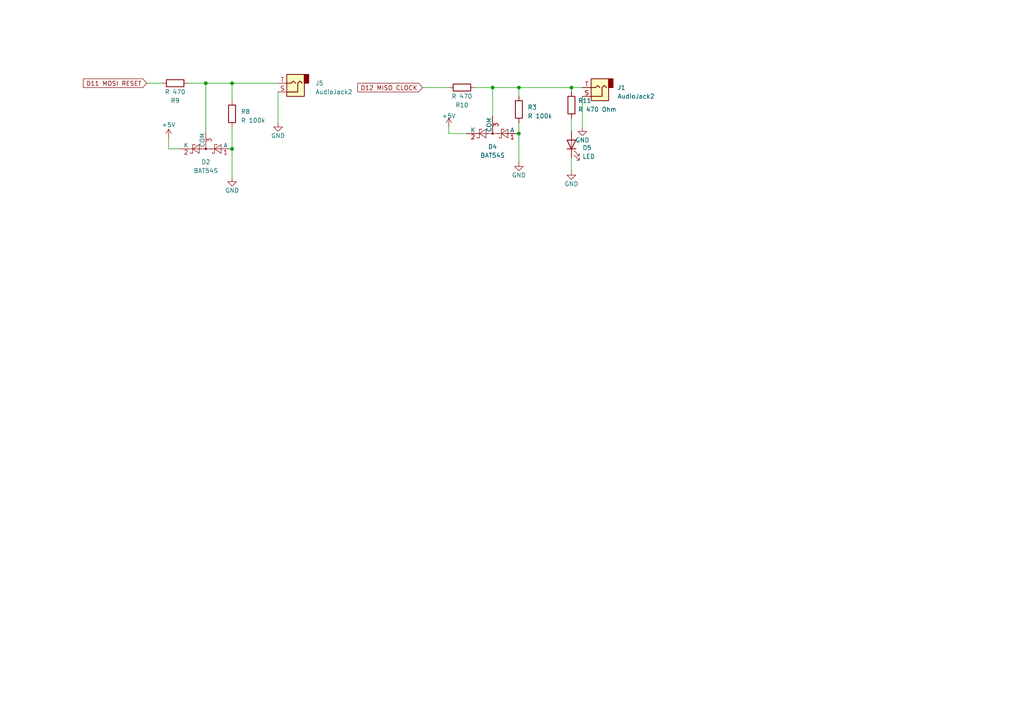
<source format=kicad_sch>
(kicad_sch
	(version 20231120)
	(generator "eeschema")
	(generator_version "8.0")
	(uuid "c1a23202-4bef-48b3-8670-e07e1c6b59e3")
	(paper "A4")
	(lib_symbols
		(symbol "Connector_Audio:AudioJack2"
			(exclude_from_sim no)
			(in_bom yes)
			(on_board yes)
			(property "Reference" "J"
				(at 0 8.89 0)
				(effects
					(font
						(size 1.27 1.27)
					)
				)
			)
			(property "Value" "AudioJack2"
				(at 0 6.35 0)
				(effects
					(font
						(size 1.27 1.27)
					)
				)
			)
			(property "Footprint" ""
				(at 0 0 0)
				(effects
					(font
						(size 1.27 1.27)
					)
					(hide yes)
				)
			)
			(property "Datasheet" "~"
				(at 0 0 0)
				(effects
					(font
						(size 1.27 1.27)
					)
					(hide yes)
				)
			)
			(property "Description" "Audio Jack, 2 Poles (Mono / TS)"
				(at 0 0 0)
				(effects
					(font
						(size 1.27 1.27)
					)
					(hide yes)
				)
			)
			(property "ki_keywords" "audio jack receptacle mono phone headphone TS connector"
				(at 0 0 0)
				(effects
					(font
						(size 1.27 1.27)
					)
					(hide yes)
				)
			)
			(property "ki_fp_filters" "Jack*"
				(at 0 0 0)
				(effects
					(font
						(size 1.27 1.27)
					)
					(hide yes)
				)
			)
			(symbol "AudioJack2_0_1"
				(rectangle
					(start -3.81 0)
					(end -2.54 -2.54)
					(stroke
						(width 0.254)
						(type default)
					)
					(fill
						(type outline)
					)
				)
				(rectangle
					(start -2.54 3.81)
					(end 2.54 -2.54)
					(stroke
						(width 0.254)
						(type default)
					)
					(fill
						(type background)
					)
				)
				(polyline
					(pts
						(xy 0 0) (xy 0.635 -0.635) (xy 1.27 0) (xy 2.54 0)
					)
					(stroke
						(width 0.254)
						(type default)
					)
					(fill
						(type none)
					)
				)
				(polyline
					(pts
						(xy 2.54 2.54) (xy -0.635 2.54) (xy -0.635 0) (xy -1.27 -0.635) (xy -1.905 0)
					)
					(stroke
						(width 0.254)
						(type default)
					)
					(fill
						(type none)
					)
				)
			)
			(symbol "AudioJack2_1_1"
				(pin passive line
					(at 5.08 2.54 180)
					(length 2.54)
					(name "~"
						(effects
							(font
								(size 1.27 1.27)
							)
						)
					)
					(number "S"
						(effects
							(font
								(size 1.27 1.27)
							)
						)
					)
				)
				(pin passive line
					(at 5.08 0 180)
					(length 2.54)
					(name "~"
						(effects
							(font
								(size 1.27 1.27)
							)
						)
					)
					(number "T"
						(effects
							(font
								(size 1.27 1.27)
							)
						)
					)
				)
			)
		)
		(symbol "Device:LED"
			(pin_numbers hide)
			(pin_names
				(offset 1.016) hide)
			(exclude_from_sim no)
			(in_bom yes)
			(on_board yes)
			(property "Reference" "D"
				(at 0 2.54 0)
				(effects
					(font
						(size 1.27 1.27)
					)
				)
			)
			(property "Value" "LED"
				(at 0 -2.54 0)
				(effects
					(font
						(size 1.27 1.27)
					)
				)
			)
			(property "Footprint" ""
				(at 0 0 0)
				(effects
					(font
						(size 1.27 1.27)
					)
					(hide yes)
				)
			)
			(property "Datasheet" "~"
				(at 0 0 0)
				(effects
					(font
						(size 1.27 1.27)
					)
					(hide yes)
				)
			)
			(property "Description" "Light emitting diode"
				(at 0 0 0)
				(effects
					(font
						(size 1.27 1.27)
					)
					(hide yes)
				)
			)
			(property "ki_keywords" "LED diode"
				(at 0 0 0)
				(effects
					(font
						(size 1.27 1.27)
					)
					(hide yes)
				)
			)
			(property "ki_fp_filters" "LED* LED_SMD:* LED_THT:*"
				(at 0 0 0)
				(effects
					(font
						(size 1.27 1.27)
					)
					(hide yes)
				)
			)
			(symbol "LED_0_1"
				(polyline
					(pts
						(xy -1.27 -1.27) (xy -1.27 1.27)
					)
					(stroke
						(width 0.254)
						(type default)
					)
					(fill
						(type none)
					)
				)
				(polyline
					(pts
						(xy -1.27 0) (xy 1.27 0)
					)
					(stroke
						(width 0)
						(type default)
					)
					(fill
						(type none)
					)
				)
				(polyline
					(pts
						(xy 1.27 -1.27) (xy 1.27 1.27) (xy -1.27 0) (xy 1.27 -1.27)
					)
					(stroke
						(width 0.254)
						(type default)
					)
					(fill
						(type none)
					)
				)
				(polyline
					(pts
						(xy -3.048 -0.762) (xy -4.572 -2.286) (xy -3.81 -2.286) (xy -4.572 -2.286) (xy -4.572 -1.524)
					)
					(stroke
						(width 0)
						(type default)
					)
					(fill
						(type none)
					)
				)
				(polyline
					(pts
						(xy -1.778 -0.762) (xy -3.302 -2.286) (xy -2.54 -2.286) (xy -3.302 -2.286) (xy -3.302 -1.524)
					)
					(stroke
						(width 0)
						(type default)
					)
					(fill
						(type none)
					)
				)
			)
			(symbol "LED_1_1"
				(pin passive line
					(at -3.81 0 0)
					(length 2.54)
					(name "K"
						(effects
							(font
								(size 1.27 1.27)
							)
						)
					)
					(number "1"
						(effects
							(font
								(size 1.27 1.27)
							)
						)
					)
				)
				(pin passive line
					(at 3.81 0 180)
					(length 2.54)
					(name "A"
						(effects
							(font
								(size 1.27 1.27)
							)
						)
					)
					(number "2"
						(effects
							(font
								(size 1.27 1.27)
							)
						)
					)
				)
			)
		)
		(symbol "Device:R"
			(pin_numbers hide)
			(pin_names
				(offset 0)
			)
			(exclude_from_sim no)
			(in_bom yes)
			(on_board yes)
			(property "Reference" "R"
				(at 2.032 0 90)
				(effects
					(font
						(size 1.27 1.27)
					)
				)
			)
			(property "Value" "R"
				(at 0 0 90)
				(effects
					(font
						(size 1.27 1.27)
					)
				)
			)
			(property "Footprint" ""
				(at -1.778 0 90)
				(effects
					(font
						(size 1.27 1.27)
					)
					(hide yes)
				)
			)
			(property "Datasheet" "~"
				(at 0 0 0)
				(effects
					(font
						(size 1.27 1.27)
					)
					(hide yes)
				)
			)
			(property "Description" "Resistor"
				(at 0 0 0)
				(effects
					(font
						(size 1.27 1.27)
					)
					(hide yes)
				)
			)
			(property "ki_keywords" "R res resistor"
				(at 0 0 0)
				(effects
					(font
						(size 1.27 1.27)
					)
					(hide yes)
				)
			)
			(property "ki_fp_filters" "R_*"
				(at 0 0 0)
				(effects
					(font
						(size 1.27 1.27)
					)
					(hide yes)
				)
			)
			(symbol "R_0_1"
				(rectangle
					(start -1.016 -2.54)
					(end 1.016 2.54)
					(stroke
						(width 0.254)
						(type default)
					)
					(fill
						(type none)
					)
				)
			)
			(symbol "R_1_1"
				(pin passive line
					(at 0 3.81 270)
					(length 1.27)
					(name "~"
						(effects
							(font
								(size 1.27 1.27)
							)
						)
					)
					(number "1"
						(effects
							(font
								(size 1.27 1.27)
							)
						)
					)
				)
				(pin passive line
					(at 0 -3.81 90)
					(length 1.27)
					(name "~"
						(effects
							(font
								(size 1.27 1.27)
							)
						)
					)
					(number "2"
						(effects
							(font
								(size 1.27 1.27)
							)
						)
					)
				)
			)
		)
		(symbol "Diode:BAT54S"
			(pin_names
				(offset 0)
			)
			(exclude_from_sim no)
			(in_bom yes)
			(on_board yes)
			(property "Reference" "D"
				(at 2.54 -5.08 0)
				(effects
					(font
						(size 1.27 1.27)
					)
					(justify left)
				)
			)
			(property "Value" "BAT54S"
				(at -6.35 3.175 0)
				(effects
					(font
						(size 1.27 1.27)
					)
					(justify left)
				)
			)
			(property "Footprint" "Package_TO_SOT_SMD:SOT-23"
				(at 1.905 3.175 0)
				(effects
					(font
						(size 1.27 1.27)
					)
					(justify left)
					(hide yes)
				)
			)
			(property "Datasheet" "https://www.diodes.com/assets/Datasheets/ds11005.pdf"
				(at -3.048 0 0)
				(effects
					(font
						(size 1.27 1.27)
					)
					(hide yes)
				)
			)
			(property "Description" "Vr 30V, If 200mA, Dual schottky barrier diode, in series, SOT-323"
				(at 0 0 0)
				(effects
					(font
						(size 1.27 1.27)
					)
					(hide yes)
				)
			)
			(property "ki_keywords" "schottky diode"
				(at 0 0 0)
				(effects
					(font
						(size 1.27 1.27)
					)
					(hide yes)
				)
			)
			(property "ki_fp_filters" "SOT?23*"
				(at 0 0 0)
				(effects
					(font
						(size 1.27 1.27)
					)
					(hide yes)
				)
			)
			(symbol "BAT54S_0_1"
				(polyline
					(pts
						(xy -3.81 0) (xy -1.27 0)
					)
					(stroke
						(width 0)
						(type default)
					)
					(fill
						(type none)
					)
				)
				(polyline
					(pts
						(xy -3.175 -1.27) (xy -3.175 -1.016)
					)
					(stroke
						(width 0)
						(type default)
					)
					(fill
						(type none)
					)
				)
				(polyline
					(pts
						(xy -2.54 -1.27) (xy -3.175 -1.27)
					)
					(stroke
						(width 0)
						(type default)
					)
					(fill
						(type none)
					)
				)
				(polyline
					(pts
						(xy -2.54 -1.27) (xy -2.54 1.27)
					)
					(stroke
						(width 0)
						(type default)
					)
					(fill
						(type none)
					)
				)
				(polyline
					(pts
						(xy -2.54 1.27) (xy -1.905 1.27)
					)
					(stroke
						(width 0)
						(type default)
					)
					(fill
						(type none)
					)
				)
				(polyline
					(pts
						(xy -1.905 0) (xy 1.905 0)
					)
					(stroke
						(width 0)
						(type default)
					)
					(fill
						(type none)
					)
				)
				(polyline
					(pts
						(xy -1.905 1.27) (xy -1.905 1.016)
					)
					(stroke
						(width 0)
						(type default)
					)
					(fill
						(type none)
					)
				)
				(polyline
					(pts
						(xy 1.27 0) (xy 3.81 0)
					)
					(stroke
						(width 0)
						(type default)
					)
					(fill
						(type none)
					)
				)
				(polyline
					(pts
						(xy 3.175 -1.27) (xy 3.175 -1.016)
					)
					(stroke
						(width 0)
						(type default)
					)
					(fill
						(type none)
					)
				)
				(polyline
					(pts
						(xy 3.81 -1.27) (xy 3.175 -1.27)
					)
					(stroke
						(width 0)
						(type default)
					)
					(fill
						(type none)
					)
				)
				(polyline
					(pts
						(xy 3.81 -1.27) (xy 3.81 1.27)
					)
					(stroke
						(width 0)
						(type default)
					)
					(fill
						(type none)
					)
				)
				(polyline
					(pts
						(xy 3.81 1.27) (xy 4.445 1.27)
					)
					(stroke
						(width 0)
						(type default)
					)
					(fill
						(type none)
					)
				)
				(polyline
					(pts
						(xy 4.445 1.27) (xy 4.445 1.016)
					)
					(stroke
						(width 0)
						(type default)
					)
					(fill
						(type none)
					)
				)
				(polyline
					(pts
						(xy -4.445 1.27) (xy -4.445 -1.27) (xy -2.54 0) (xy -4.445 1.27)
					)
					(stroke
						(width 0)
						(type default)
					)
					(fill
						(type none)
					)
				)
				(polyline
					(pts
						(xy 1.905 1.27) (xy 1.905 -1.27) (xy 3.81 0) (xy 1.905 1.27)
					)
					(stroke
						(width 0)
						(type default)
					)
					(fill
						(type none)
					)
				)
				(circle
					(center 0 0)
					(radius 0.254)
					(stroke
						(width 0)
						(type default)
					)
					(fill
						(type outline)
					)
				)
			)
			(symbol "BAT54S_1_1"
				(pin passive line
					(at -7.62 0 0)
					(length 3.81)
					(name "A"
						(effects
							(font
								(size 1.27 1.27)
							)
						)
					)
					(number "1"
						(effects
							(font
								(size 1.27 1.27)
							)
						)
					)
				)
				(pin passive line
					(at 7.62 0 180)
					(length 3.81)
					(name "K"
						(effects
							(font
								(size 1.27 1.27)
							)
						)
					)
					(number "2"
						(effects
							(font
								(size 1.27 1.27)
							)
						)
					)
				)
				(pin passive line
					(at 0 -5.08 90)
					(length 5.08)
					(name "COM"
						(effects
							(font
								(size 1.27 1.27)
							)
						)
					)
					(number "3"
						(effects
							(font
								(size 1.27 1.27)
							)
						)
					)
				)
			)
		)
		(symbol "power:+5V"
			(power)
			(pin_names
				(offset 0)
			)
			(exclude_from_sim no)
			(in_bom yes)
			(on_board yes)
			(property "Reference" "#PWR"
				(at 0 -3.81 0)
				(effects
					(font
						(size 1.27 1.27)
					)
					(hide yes)
				)
			)
			(property "Value" "+5V"
				(at 0 3.556 0)
				(effects
					(font
						(size 1.27 1.27)
					)
				)
			)
			(property "Footprint" ""
				(at 0 0 0)
				(effects
					(font
						(size 1.27 1.27)
					)
					(hide yes)
				)
			)
			(property "Datasheet" ""
				(at 0 0 0)
				(effects
					(font
						(size 1.27 1.27)
					)
					(hide yes)
				)
			)
			(property "Description" "Power symbol creates a global label with name \"+5V\""
				(at 0 0 0)
				(effects
					(font
						(size 1.27 1.27)
					)
					(hide yes)
				)
			)
			(property "ki_keywords" "global power"
				(at 0 0 0)
				(effects
					(font
						(size 1.27 1.27)
					)
					(hide yes)
				)
			)
			(symbol "+5V_0_1"
				(polyline
					(pts
						(xy -0.762 1.27) (xy 0 2.54)
					)
					(stroke
						(width 0)
						(type default)
					)
					(fill
						(type none)
					)
				)
				(polyline
					(pts
						(xy 0 0) (xy 0 2.54)
					)
					(stroke
						(width 0)
						(type default)
					)
					(fill
						(type none)
					)
				)
				(polyline
					(pts
						(xy 0 2.54) (xy 0.762 1.27)
					)
					(stroke
						(width 0)
						(type default)
					)
					(fill
						(type none)
					)
				)
			)
			(symbol "+5V_1_1"
				(pin power_in line
					(at 0 0 90)
					(length 0) hide
					(name "+5V"
						(effects
							(font
								(size 1.27 1.27)
							)
						)
					)
					(number "1"
						(effects
							(font
								(size 1.27 1.27)
							)
						)
					)
				)
			)
		)
		(symbol "power:GND"
			(power)
			(pin_names
				(offset 0)
			)
			(exclude_from_sim no)
			(in_bom yes)
			(on_board yes)
			(property "Reference" "#PWR"
				(at 0 -6.35 0)
				(effects
					(font
						(size 1.27 1.27)
					)
					(hide yes)
				)
			)
			(property "Value" "GND"
				(at 0 -3.81 0)
				(effects
					(font
						(size 1.27 1.27)
					)
				)
			)
			(property "Footprint" ""
				(at 0 0 0)
				(effects
					(font
						(size 1.27 1.27)
					)
					(hide yes)
				)
			)
			(property "Datasheet" ""
				(at 0 0 0)
				(effects
					(font
						(size 1.27 1.27)
					)
					(hide yes)
				)
			)
			(property "Description" "Power symbol creates a global label with name \"GND\" , ground"
				(at 0 0 0)
				(effects
					(font
						(size 1.27 1.27)
					)
					(hide yes)
				)
			)
			(property "ki_keywords" "global power"
				(at 0 0 0)
				(effects
					(font
						(size 1.27 1.27)
					)
					(hide yes)
				)
			)
			(symbol "GND_0_1"
				(polyline
					(pts
						(xy 0 0) (xy 0 -1.27) (xy 1.27 -1.27) (xy 0 -2.54) (xy -1.27 -1.27) (xy 0 -1.27)
					)
					(stroke
						(width 0)
						(type default)
					)
					(fill
						(type none)
					)
				)
			)
			(symbol "GND_1_1"
				(pin power_in line
					(at 0 0 270)
					(length 0) hide
					(name "GND"
						(effects
							(font
								(size 1.27 1.27)
							)
						)
					)
					(number "1"
						(effects
							(font
								(size 1.27 1.27)
							)
						)
					)
				)
			)
		)
	)
	(junction
		(at 165.735 25.4)
		(diameter 0)
		(color 0 0 0 0)
		(uuid "238bdc82-8add-49b9-a5c3-7d576a93800c")
	)
	(junction
		(at 150.495 25.4)
		(diameter 0)
		(color 0 0 0 0)
		(uuid "2d3f95d2-f150-419c-9eb9-88530a6eebed")
	)
	(junction
		(at 59.69 24.13)
		(diameter 0)
		(color 0 0 0 0)
		(uuid "8af41bdb-6848-4402-b0a8-9d41921567b3")
	)
	(junction
		(at 142.875 25.4)
		(diameter 0)
		(color 0 0 0 0)
		(uuid "99cf90fd-9789-48c8-9f32-4f44023d2874")
	)
	(junction
		(at 150.495 38.735)
		(diameter 0)
		(color 0 0 0 0)
		(uuid "af3bc606-ba27-4009-b83c-f91f29e615eb")
	)
	(junction
		(at 67.31 43.18)
		(diameter 0)
		(color 0 0 0 0)
		(uuid "d82247f9-4e11-462a-ac73-d53e4c4ee827")
	)
	(junction
		(at 67.31 24.13)
		(diameter 0)
		(color 0 0 0 0)
		(uuid "dbbf2c43-4b76-4718-a1e2-15f872edb82b")
	)
	(wire
		(pts
			(xy 54.61 24.13) (xy 59.69 24.13)
		)
		(stroke
			(width 0)
			(type default)
		)
		(uuid "084f9bc0-1496-4556-9942-aec7545f8963")
	)
	(wire
		(pts
			(xy 142.875 25.4) (xy 142.875 33.655)
		)
		(stroke
			(width 0)
			(type default)
		)
		(uuid "0f585820-2418-491d-8e6e-13daee843342")
	)
	(wire
		(pts
			(xy 67.31 36.83) (xy 67.31 43.18)
		)
		(stroke
			(width 0)
			(type default)
		)
		(uuid "3beee491-60e8-43a8-918c-ca741a9137c0")
	)
	(wire
		(pts
			(xy 137.795 25.4) (xy 142.875 25.4)
		)
		(stroke
			(width 0)
			(type default)
		)
		(uuid "3d8632de-66d4-4725-8f69-fc2b30a65d26")
	)
	(wire
		(pts
			(xy 42.545 24.13) (xy 46.99 24.13)
		)
		(stroke
			(width 0)
			(type default)
		)
		(uuid "3f75418b-75e0-47f1-8d20-b7b853801843")
	)
	(wire
		(pts
			(xy 150.495 25.4) (xy 150.495 27.94)
		)
		(stroke
			(width 0)
			(type default)
		)
		(uuid "40c7aa77-6cec-40a3-b7a0-df47cf22f9ac")
	)
	(wire
		(pts
			(xy 168.91 27.94) (xy 168.91 36.83)
		)
		(stroke
			(width 0)
			(type default)
		)
		(uuid "4da13500-b801-4956-b10d-56523d408277")
	)
	(wire
		(pts
			(xy 80.645 26.67) (xy 80.645 35.56)
		)
		(stroke
			(width 0)
			(type default)
		)
		(uuid "50d7875d-8ff6-4463-90fc-b99c6dff2f1d")
	)
	(wire
		(pts
			(xy 165.735 38.1) (xy 165.735 34.29)
		)
		(stroke
			(width 0)
			(type default)
		)
		(uuid "513ac238-f641-4f05-9788-e3f3ee6fc67f")
	)
	(wire
		(pts
			(xy 130.175 36.83) (xy 130.175 38.735)
		)
		(stroke
			(width 0)
			(type default)
		)
		(uuid "5e073e12-2f0c-4e67-9470-310a2c2e58e4")
	)
	(wire
		(pts
			(xy 67.31 24.13) (xy 80.645 24.13)
		)
		(stroke
			(width 0)
			(type default)
		)
		(uuid "60204354-cc7f-4d4a-9491-48550d454ff8")
	)
	(wire
		(pts
			(xy 150.495 25.4) (xy 165.735 25.4)
		)
		(stroke
			(width 0)
			(type default)
		)
		(uuid "621651f9-1ece-42d2-87c0-452b0d2f21c8")
	)
	(wire
		(pts
			(xy 48.895 40.005) (xy 48.895 43.18)
		)
		(stroke
			(width 0)
			(type default)
		)
		(uuid "6a54ab3b-cd39-4448-90f2-b0469fadeef6")
	)
	(wire
		(pts
			(xy 165.735 25.4) (xy 165.735 26.67)
		)
		(stroke
			(width 0)
			(type default)
		)
		(uuid "7ae2ca5a-5d47-429d-b1e0-9d56752eb4fa")
	)
	(wire
		(pts
			(xy 48.895 43.18) (xy 52.07 43.18)
		)
		(stroke
			(width 0)
			(type default)
		)
		(uuid "8b5afbce-52f4-4eb3-9942-4e359cb66ce2")
	)
	(wire
		(pts
			(xy 59.69 24.13) (xy 59.69 38.1)
		)
		(stroke
			(width 0)
			(type default)
		)
		(uuid "91a0d428-644b-4fd6-8e79-8fb4221e4609")
	)
	(wire
		(pts
			(xy 150.495 35.56) (xy 150.495 38.735)
		)
		(stroke
			(width 0)
			(type default)
		)
		(uuid "92bd4d4c-5c78-4465-9848-9ef4b5a196e8")
	)
	(wire
		(pts
			(xy 122.555 25.4) (xy 130.175 25.4)
		)
		(stroke
			(width 0)
			(type default)
		)
		(uuid "9a8d9549-536b-4375-bcce-085c08b13f88")
	)
	(wire
		(pts
			(xy 165.735 49.53) (xy 165.735 45.72)
		)
		(stroke
			(width 0)
			(type default)
		)
		(uuid "a1c28e49-0336-4300-9258-aa5a1f584f60")
	)
	(wire
		(pts
			(xy 130.175 38.735) (xy 135.255 38.735)
		)
		(stroke
			(width 0)
			(type default)
		)
		(uuid "a75ef743-b96b-45d9-8c83-023f70345c42")
	)
	(wire
		(pts
			(xy 67.31 24.13) (xy 67.31 29.21)
		)
		(stroke
			(width 0)
			(type default)
		)
		(uuid "afb88529-8e34-46df-a505-c4c83eb2c3c5")
	)
	(wire
		(pts
			(xy 165.735 25.4) (xy 168.91 25.4)
		)
		(stroke
			(width 0)
			(type default)
		)
		(uuid "b31afa39-0536-41b9-ae7f-c2023cd644eb")
	)
	(wire
		(pts
			(xy 67.31 43.18) (xy 67.31 51.435)
		)
		(stroke
			(width 0)
			(type default)
		)
		(uuid "cfd7ecba-445a-4241-986e-38bf8ecf110b")
	)
	(wire
		(pts
			(xy 150.495 38.735) (xy 150.495 46.99)
		)
		(stroke
			(width 0)
			(type default)
		)
		(uuid "d6b34675-a269-48f0-aace-f176e04b0800")
	)
	(wire
		(pts
			(xy 59.69 24.13) (xy 67.31 24.13)
		)
		(stroke
			(width 0)
			(type default)
		)
		(uuid "f03c41e9-6b48-487a-8baf-7d574c2d25d8")
	)
	(wire
		(pts
			(xy 142.875 25.4) (xy 150.495 25.4)
		)
		(stroke
			(width 0)
			(type default)
		)
		(uuid "fbf646ab-2e92-43db-9fcf-580b9ba3c61a")
	)
	(global_label "D12 MISO CLOCK"
		(shape input)
		(at 122.555 25.4 180)
		(fields_autoplaced yes)
		(effects
			(font
				(size 1.27 1.27)
			)
			(justify right)
		)
		(uuid "15c8efb3-baf2-44e4-a42b-d04e2d49fb22")
		(property "Intersheetrefs" "${INTERSHEET_REFS}"
			(at 103.2602 25.4 0)
			(effects
				(font
					(size 1.27 1.27)
				)
				(justify right)
				(hide yes)
			)
		)
	)
	(global_label "D11 MOSI RESET"
		(shape input)
		(at 42.545 24.13 180)
		(fields_autoplaced yes)
		(effects
			(font
				(size 1.27 1.27)
			)
			(justify right)
		)
		(uuid "24d8f205-efbf-45af-9bf7-c7f254882989")
		(property "Intersheetrefs" "${INTERSHEET_REFS}"
			(at 23.6737 24.13 0)
			(effects
				(font
					(size 1.27 1.27)
				)
				(justify right)
				(hide yes)
			)
		)
	)
	(symbol
		(lib_id "Connector_Audio:AudioJack2")
		(at 85.725 24.13 180)
		(unit 1)
		(exclude_from_sim no)
		(in_bom yes)
		(on_board yes)
		(dnp no)
		(fields_autoplaced yes)
		(uuid "02ff8d5a-b94e-4fdd-aad2-bbb8b393144d")
		(property "Reference" "J5"
			(at 91.44 24.13 0)
			(effects
				(font
					(size 1.27 1.27)
				)
				(justify right)
			)
		)
		(property "Value" "AudioJack2"
			(at 91.44 26.67 0)
			(effects
				(font
					(size 1.27 1.27)
				)
				(justify right)
			)
		)
		(property "Footprint" "Connector_Audio:Jack_3.5mm_QingPu_WQP-PJ398SM_Vertical_CircularHoles"
			(at 85.725 24.13 0)
			(effects
				(font
					(size 1.27 1.27)
				)
				(hide yes)
			)
		)
		(property "Datasheet" "~"
			(at 85.725 24.13 0)
			(effects
				(font
					(size 1.27 1.27)
				)
				(hide yes)
			)
		)
		(property "Description" ""
			(at 85.725 24.13 0)
			(effects
				(font
					(size 1.27 1.27)
				)
				(hide yes)
			)
		)
		(property "LCSC" ""
			(at 85.725 24.13 0)
			(effects
				(font
					(size 1.27 1.27)
				)
				(hide yes)
			)
		)
		(pin "S"
			(uuid "c130ef3e-c684-40b6-bbfd-ffa6131d7b43")
		)
		(pin "T"
			(uuid "c2801cb9-af31-4c6c-a098-6a5a6ac7dc1d")
		)
		(instances
			(project "main"
				(path "/a7625807-13bd-43f0-b3ba-1a42b486b59e"
					(reference "J5")
					(unit 1)
				)
				(path "/a7625807-13bd-43f0-b3ba-1a42b486b59e/76d7c3f5-f520-4efe-bee2-401fbc932c2e"
					(reference "J2")
					(unit 1)
				)
			)
		)
	)
	(symbol
		(lib_id "power:+5V")
		(at 48.895 40.005 0)
		(unit 1)
		(exclude_from_sim no)
		(in_bom yes)
		(on_board yes)
		(dnp no)
		(fields_autoplaced yes)
		(uuid "0f705c92-39d9-4914-82fc-850cbd6376d5")
		(property "Reference" "#PWR03"
			(at 48.895 43.815 0)
			(effects
				(font
					(size 1.27 1.27)
				)
				(hide yes)
			)
		)
		(property "Value" "+5V"
			(at 48.895 36.195 0)
			(effects
				(font
					(size 1.27 1.27)
				)
			)
		)
		(property "Footprint" ""
			(at 48.895 40.005 0)
			(effects
				(font
					(size 1.27 1.27)
				)
				(hide yes)
			)
		)
		(property "Datasheet" ""
			(at 48.895 40.005 0)
			(effects
				(font
					(size 1.27 1.27)
				)
				(hide yes)
			)
		)
		(property "Description" ""
			(at 48.895 40.005 0)
			(effects
				(font
					(size 1.27 1.27)
				)
				(hide yes)
			)
		)
		(pin "1"
			(uuid "c8f4a6e1-e6f5-4c11-baf5-7396c40e9440")
		)
		(instances
			(project "main"
				(path "/a7625807-13bd-43f0-b3ba-1a42b486b59e/76d7c3f5-f520-4efe-bee2-401fbc932c2e"
					(reference "#PWR03")
					(unit 1)
				)
				(path "/a7625807-13bd-43f0-b3ba-1a42b486b59e/fbd3d865-288f-4ad3-89ee-e3e0c1eda462"
					(reference "#PWR01")
					(unit 1)
				)
			)
		)
	)
	(symbol
		(lib_id "power:GND")
		(at 150.495 46.99 0)
		(unit 1)
		(exclude_from_sim no)
		(in_bom yes)
		(on_board yes)
		(dnp no)
		(fields_autoplaced yes)
		(uuid "16d3bee0-10af-4213-a0a3-6befc30e6e98")
		(property "Reference" "#PWR09"
			(at 150.495 53.34 0)
			(effects
				(font
					(size 1.27 1.27)
				)
				(hide yes)
			)
		)
		(property "Value" "GND"
			(at 150.495 50.8 0)
			(effects
				(font
					(size 1.27 1.27)
				)
			)
		)
		(property "Footprint" ""
			(at 150.495 46.99 0)
			(effects
				(font
					(size 1.27 1.27)
				)
				(hide yes)
			)
		)
		(property "Datasheet" ""
			(at 150.495 46.99 0)
			(effects
				(font
					(size 1.27 1.27)
				)
				(hide yes)
			)
		)
		(property "Description" ""
			(at 150.495 46.99 0)
			(effects
				(font
					(size 1.27 1.27)
				)
				(hide yes)
			)
		)
		(pin "1"
			(uuid "64efb397-f1ff-46b2-98bd-1e58c1264190")
		)
		(instances
			(project "main"
				(path "/a7625807-13bd-43f0-b3ba-1a42b486b59e"
					(reference "#PWR09")
					(unit 1)
				)
				(path "/a7625807-13bd-43f0-b3ba-1a42b486b59e/76d7c3f5-f520-4efe-bee2-401fbc932c2e"
					(reference "#PWR0120")
					(unit 1)
				)
			)
		)
	)
	(symbol
		(lib_id "Diode:BAT54S")
		(at 59.69 43.18 180)
		(unit 1)
		(exclude_from_sim no)
		(in_bom yes)
		(on_board yes)
		(dnp no)
		(fields_autoplaced yes)
		(uuid "20784857-62cc-4bb3-83af-b2984b2372f1")
		(property "Reference" "D2"
			(at 59.69 46.99 0)
			(effects
				(font
					(size 1.27 1.27)
				)
			)
		)
		(property "Value" "BAT54S"
			(at 59.69 49.53 0)
			(effects
				(font
					(size 1.27 1.27)
				)
			)
		)
		(property "Footprint" "Package_TO_SOT_SMD:SOT-23"
			(at 57.785 46.355 0)
			(effects
				(font
					(size 1.27 1.27)
				)
				(justify left)
				(hide yes)
			)
		)
		(property "Datasheet" "https://www.diodes.com/assets/Datasheets/ds11005.pdf"
			(at 62.738 43.18 0)
			(effects
				(font
					(size 1.27 1.27)
				)
				(hide yes)
			)
		)
		(property "Description" ""
			(at 59.69 43.18 0)
			(effects
				(font
					(size 1.27 1.27)
				)
				(hide yes)
			)
		)
		(property "LCSC" "C916425"
			(at 59.69 43.18 0)
			(effects
				(font
					(size 1.27 1.27)
				)
				(hide yes)
			)
		)
		(pin "1"
			(uuid "df924113-675c-4465-9f6f-8208bf3127e5")
		)
		(pin "2"
			(uuid "28af8c43-1c39-4ff2-981a-1efa74e4bb94")
		)
		(pin "3"
			(uuid "a7be59aa-4606-4550-91bf-4a9b7bc02b5a")
		)
		(instances
			(project "main"
				(path "/a7625807-13bd-43f0-b3ba-1a42b486b59e"
					(reference "D2")
					(unit 1)
				)
				(path "/a7625807-13bd-43f0-b3ba-1a42b486b59e/76d7c3f5-f520-4efe-bee2-401fbc932c2e"
					(reference "D3")
					(unit 1)
				)
			)
		)
	)
	(symbol
		(lib_id "power:+5V")
		(at 130.175 36.83 0)
		(unit 1)
		(exclude_from_sim no)
		(in_bom yes)
		(on_board yes)
		(dnp no)
		(fields_autoplaced yes)
		(uuid "3129cd20-b0a4-4959-9764-a2440ca0bd61")
		(property "Reference" "#PWR04"
			(at 130.175 40.64 0)
			(effects
				(font
					(size 1.27 1.27)
				)
				(hide yes)
			)
		)
		(property "Value" "+5V"
			(at 130.175 33.655 0)
			(effects
				(font
					(size 1.27 1.27)
				)
			)
		)
		(property "Footprint" ""
			(at 130.175 36.83 0)
			(effects
				(font
					(size 1.27 1.27)
				)
				(hide yes)
			)
		)
		(property "Datasheet" ""
			(at 130.175 36.83 0)
			(effects
				(font
					(size 1.27 1.27)
				)
				(hide yes)
			)
		)
		(property "Description" ""
			(at 130.175 36.83 0)
			(effects
				(font
					(size 1.27 1.27)
				)
				(hide yes)
			)
		)
		(pin "1"
			(uuid "6c8a812a-9bae-4760-a260-8a2519daa1cf")
		)
		(instances
			(project "main"
				(path "/a7625807-13bd-43f0-b3ba-1a42b486b59e/76d7c3f5-f520-4efe-bee2-401fbc932c2e"
					(reference "#PWR04")
					(unit 1)
				)
				(path "/a7625807-13bd-43f0-b3ba-1a42b486b59e/fbd3d865-288f-4ad3-89ee-e3e0c1eda462"
					(reference "#PWR01")
					(unit 1)
				)
			)
		)
	)
	(symbol
		(lib_id "Device:R")
		(at 150.495 31.75 180)
		(unit 1)
		(exclude_from_sim no)
		(in_bom yes)
		(on_board yes)
		(dnp no)
		(fields_autoplaced yes)
		(uuid "415ef18c-d90a-44f0-88b8-87f249cc6fa1")
		(property "Reference" "R3"
			(at 153.035 31.115 0)
			(effects
				(font
					(size 1.27 1.27)
				)
				(justify right)
			)
		)
		(property "Value" "R 100k"
			(at 153.035 33.655 0)
			(effects
				(font
					(size 1.27 1.27)
				)
				(justify right)
			)
		)
		(property "Footprint" "Resistor_SMD:R_0603_1608Metric"
			(at 152.273 31.75 90)
			(effects
				(font
					(size 1.27 1.27)
				)
				(hide yes)
			)
		)
		(property "Datasheet" "~"
			(at 150.495 31.75 0)
			(effects
				(font
					(size 1.27 1.27)
				)
				(hide yes)
			)
		)
		(property "Description" ""
			(at 150.495 31.75 0)
			(effects
				(font
					(size 1.27 1.27)
				)
				(hide yes)
			)
		)
		(property "LCSC" "C149504"
			(at 150.495 31.75 0)
			(effects
				(font
					(size 1.27 1.27)
				)
				(hide yes)
			)
		)
		(pin "1"
			(uuid "a8afe3c8-7c8f-4123-9ac0-4a4645074c05")
		)
		(pin "2"
			(uuid "0e643de6-6f53-4200-a9dc-8636dacda362")
		)
		(instances
			(project "main"
				(path "/a7625807-13bd-43f0-b3ba-1a42b486b59e"
					(reference "R3")
					(unit 1)
				)
				(path "/a7625807-13bd-43f0-b3ba-1a42b486b59e/76d7c3f5-f520-4efe-bee2-401fbc932c2e"
					(reference "R5")
					(unit 1)
				)
			)
		)
	)
	(symbol
		(lib_id "Device:R")
		(at 67.31 33.02 180)
		(unit 1)
		(exclude_from_sim no)
		(in_bom yes)
		(on_board yes)
		(dnp no)
		(fields_autoplaced yes)
		(uuid "4b987854-81f1-4a37-97a8-a70c5432f258")
		(property "Reference" "R8"
			(at 69.85 32.385 0)
			(effects
				(font
					(size 1.27 1.27)
				)
				(justify right)
			)
		)
		(property "Value" "R 100k"
			(at 69.85 34.925 0)
			(effects
				(font
					(size 1.27 1.27)
				)
				(justify right)
			)
		)
		(property "Footprint" "Resistor_SMD:R_0603_1608Metric"
			(at 69.088 33.02 90)
			(effects
				(font
					(size 1.27 1.27)
				)
				(hide yes)
			)
		)
		(property "Datasheet" "~"
			(at 67.31 33.02 0)
			(effects
				(font
					(size 1.27 1.27)
				)
				(hide yes)
			)
		)
		(property "Description" ""
			(at 67.31 33.02 0)
			(effects
				(font
					(size 1.27 1.27)
				)
				(hide yes)
			)
		)
		(property "LCSC" "C149504"
			(at 67.31 33.02 0)
			(effects
				(font
					(size 1.27 1.27)
				)
				(hide yes)
			)
		)
		(pin "1"
			(uuid "fb700e75-5fe8-47ab-a619-be180ae59bf4")
		)
		(pin "2"
			(uuid "8c93aeeb-bea0-4ac8-b9e1-31d21138874e")
		)
		(instances
			(project "main"
				(path "/a7625807-13bd-43f0-b3ba-1a42b486b59e"
					(reference "R8")
					(unit 1)
				)
				(path "/a7625807-13bd-43f0-b3ba-1a42b486b59e/76d7c3f5-f520-4efe-bee2-401fbc932c2e"
					(reference "R3")
					(unit 1)
				)
			)
		)
	)
	(symbol
		(lib_id "power:GND")
		(at 67.31 51.435 0)
		(unit 1)
		(exclude_from_sim no)
		(in_bom yes)
		(on_board yes)
		(dnp no)
		(fields_autoplaced yes)
		(uuid "61022b1d-a6ec-45aa-9db9-3e7a146d1b19")
		(property "Reference" "#PWR011"
			(at 67.31 57.785 0)
			(effects
				(font
					(size 1.27 1.27)
				)
				(hide yes)
			)
		)
		(property "Value" "GND"
			(at 67.31 55.245 0)
			(effects
				(font
					(size 1.27 1.27)
				)
			)
		)
		(property "Footprint" ""
			(at 67.31 51.435 0)
			(effects
				(font
					(size 1.27 1.27)
				)
				(hide yes)
			)
		)
		(property "Datasheet" ""
			(at 67.31 51.435 0)
			(effects
				(font
					(size 1.27 1.27)
				)
				(hide yes)
			)
		)
		(property "Description" ""
			(at 67.31 51.435 0)
			(effects
				(font
					(size 1.27 1.27)
				)
				(hide yes)
			)
		)
		(pin "1"
			(uuid "db72708b-ca45-4f21-8db4-228d183eef77")
		)
		(instances
			(project "main"
				(path "/a7625807-13bd-43f0-b3ba-1a42b486b59e"
					(reference "#PWR011")
					(unit 1)
				)
				(path "/a7625807-13bd-43f0-b3ba-1a42b486b59e/76d7c3f5-f520-4efe-bee2-401fbc932c2e"
					(reference "#PWR0118")
					(unit 1)
				)
			)
		)
	)
	(symbol
		(lib_id "Diode:BAT54S")
		(at 142.875 38.735 180)
		(unit 1)
		(exclude_from_sim no)
		(in_bom yes)
		(on_board yes)
		(dnp no)
		(fields_autoplaced yes)
		(uuid "661c7af0-04f0-46f4-9cbf-a0f45c17f2ee")
		(property "Reference" "D4"
			(at 142.875 42.545 0)
			(effects
				(font
					(size 1.27 1.27)
				)
			)
		)
		(property "Value" "BAT54S"
			(at 142.875 45.085 0)
			(effects
				(font
					(size 1.27 1.27)
				)
			)
		)
		(property "Footprint" "Package_TO_SOT_SMD:SOT-23"
			(at 140.97 41.91 0)
			(effects
				(font
					(size 1.27 1.27)
				)
				(justify left)
				(hide yes)
			)
		)
		(property "Datasheet" "https://www.diodes.com/assets/Datasheets/ds11005.pdf"
			(at 145.923 38.735 0)
			(effects
				(font
					(size 1.27 1.27)
				)
				(hide yes)
			)
		)
		(property "Description" ""
			(at 142.875 38.735 0)
			(effects
				(font
					(size 1.27 1.27)
				)
				(hide yes)
			)
		)
		(property "LCSC" "C916425"
			(at 142.875 38.735 0)
			(effects
				(font
					(size 1.27 1.27)
				)
				(hide yes)
			)
		)
		(pin "1"
			(uuid "09347510-e49c-42bc-8c40-b3930ee65e39")
		)
		(pin "2"
			(uuid "e6a5cb14-15af-4cc4-9410-5659b71f8bf8")
		)
		(pin "3"
			(uuid "e2d33990-b730-4ddd-add1-beb1d060098f")
		)
		(instances
			(project "main"
				(path "/a7625807-13bd-43f0-b3ba-1a42b486b59e"
					(reference "D4")
					(unit 1)
				)
				(path "/a7625807-13bd-43f0-b3ba-1a42b486b59e/76d7c3f5-f520-4efe-bee2-401fbc932c2e"
					(reference "D4")
					(unit 1)
				)
			)
		)
	)
	(symbol
		(lib_id "Device:R")
		(at 165.735 30.48 0)
		(unit 1)
		(exclude_from_sim no)
		(in_bom yes)
		(on_board yes)
		(dnp no)
		(fields_autoplaced yes)
		(uuid "6ad25bfd-f18e-4c13-bc6a-35b1fe675dca")
		(property "Reference" "R11"
			(at 167.64 29.21 0)
			(effects
				(font
					(size 1.27 1.27)
				)
				(justify left)
			)
		)
		(property "Value" "R 470 Ohm"
			(at 167.64 31.75 0)
			(effects
				(font
					(size 1.27 1.27)
				)
				(justify left)
			)
		)
		(property "Footprint" "Resistor_SMD:R_0603_1608Metric"
			(at 163.957 30.48 90)
			(effects
				(font
					(size 1.27 1.27)
				)
				(hide yes)
			)
		)
		(property "Datasheet" "~"
			(at 165.735 30.48 0)
			(effects
				(font
					(size 1.27 1.27)
				)
				(hide yes)
			)
		)
		(property "Description" ""
			(at 165.735 30.48 0)
			(effects
				(font
					(size 1.27 1.27)
				)
				(hide yes)
			)
		)
		(property "LCSC" "C17710"
			(at 165.735 30.48 0)
			(effects
				(font
					(size 1.27 1.27)
				)
				(hide yes)
			)
		)
		(pin "1"
			(uuid "f5f27ec9-0b04-45cd-803b-169d72337f6e")
		)
		(pin "2"
			(uuid "92f3a050-716d-45bd-b20e-7048eefab942")
		)
		(instances
			(project "main"
				(path "/a7625807-13bd-43f0-b3ba-1a42b486b59e"
					(reference "R11")
					(unit 1)
				)
				(path "/a7625807-13bd-43f0-b3ba-1a42b486b59e/76d7c3f5-f520-4efe-bee2-401fbc932c2e"
					(reference "R6")
					(unit 1)
				)
			)
		)
	)
	(symbol
		(lib_id "Device:LED")
		(at 165.735 41.91 90)
		(unit 1)
		(exclude_from_sim no)
		(in_bom yes)
		(on_board yes)
		(dnp no)
		(fields_autoplaced yes)
		(uuid "727d9640-97bf-4e42-a6b7-dde87e118226")
		(property "Reference" "D5"
			(at 168.91 42.8625 90)
			(effects
				(font
					(size 1.27 1.27)
				)
				(justify right)
			)
		)
		(property "Value" "LED"
			(at 168.91 45.4025 90)
			(effects
				(font
					(size 1.27 1.27)
				)
				(justify right)
			)
		)
		(property "Footprint" "LED_THT:LED_D3.0mm"
			(at 165.735 41.91 0)
			(effects
				(font
					(size 1.27 1.27)
				)
				(hide yes)
			)
		)
		(property "Datasheet" "~"
			(at 165.735 41.91 0)
			(effects
				(font
					(size 1.27 1.27)
				)
				(hide yes)
			)
		)
		(property "Description" ""
			(at 165.735 41.91 0)
			(effects
				(font
					(size 1.27 1.27)
				)
				(hide yes)
			)
		)
		(property "LCSC" ""
			(at 165.735 41.91 0)
			(effects
				(font
					(size 1.27 1.27)
				)
				(hide yes)
			)
		)
		(pin "1"
			(uuid "0e9122b2-0cd7-4385-8b04-bf622af65f69")
		)
		(pin "2"
			(uuid "3a3eaa38-671e-479d-973a-1a2bfb4e3aef")
		)
		(instances
			(project "main"
				(path "/a7625807-13bd-43f0-b3ba-1a42b486b59e"
					(reference "D5")
					(unit 1)
				)
				(path "/a7625807-13bd-43f0-b3ba-1a42b486b59e/76d7c3f5-f520-4efe-bee2-401fbc932c2e"
					(reference "D5")
					(unit 1)
				)
			)
		)
	)
	(symbol
		(lib_id "power:GND")
		(at 80.645 35.56 0)
		(unit 1)
		(exclude_from_sim no)
		(in_bom yes)
		(on_board yes)
		(dnp no)
		(fields_autoplaced yes)
		(uuid "7337cb56-5907-4cdf-9bdc-9fbd6eefe6df")
		(property "Reference" "#PWR012"
			(at 80.645 41.91 0)
			(effects
				(font
					(size 1.27 1.27)
				)
				(hide yes)
			)
		)
		(property "Value" "GND"
			(at 80.645 39.37 0)
			(effects
				(font
					(size 1.27 1.27)
				)
			)
		)
		(property "Footprint" ""
			(at 80.645 35.56 0)
			(effects
				(font
					(size 1.27 1.27)
				)
				(hide yes)
			)
		)
		(property "Datasheet" ""
			(at 80.645 35.56 0)
			(effects
				(font
					(size 1.27 1.27)
				)
				(hide yes)
			)
		)
		(property "Description" ""
			(at 80.645 35.56 0)
			(effects
				(font
					(size 1.27 1.27)
				)
				(hide yes)
			)
		)
		(pin "1"
			(uuid "3c8a9f47-9757-4997-972d-563c2787fcb6")
		)
		(instances
			(project "main"
				(path "/a7625807-13bd-43f0-b3ba-1a42b486b59e"
					(reference "#PWR012")
					(unit 1)
				)
				(path "/a7625807-13bd-43f0-b3ba-1a42b486b59e/76d7c3f5-f520-4efe-bee2-401fbc932c2e"
					(reference "#PWR0122")
					(unit 1)
				)
			)
		)
	)
	(symbol
		(lib_id "power:GND")
		(at 165.735 49.53 0)
		(unit 1)
		(exclude_from_sim no)
		(in_bom yes)
		(on_board yes)
		(dnp no)
		(fields_autoplaced yes)
		(uuid "88cb0fbd-732d-4cd8-96d8-e63b7366b1b2")
		(property "Reference" "#PWR026"
			(at 165.735 55.88 0)
			(effects
				(font
					(size 1.27 1.27)
				)
				(hide yes)
			)
		)
		(property "Value" "GND"
			(at 165.735 53.34 0)
			(effects
				(font
					(size 1.27 1.27)
				)
			)
		)
		(property "Footprint" ""
			(at 165.735 49.53 0)
			(effects
				(font
					(size 1.27 1.27)
				)
				(hide yes)
			)
		)
		(property "Datasheet" ""
			(at 165.735 49.53 0)
			(effects
				(font
					(size 1.27 1.27)
				)
				(hide yes)
			)
		)
		(property "Description" ""
			(at 165.735 49.53 0)
			(effects
				(font
					(size 1.27 1.27)
				)
				(hide yes)
			)
		)
		(pin "1"
			(uuid "dbd541cb-333f-4015-a822-544e11006c47")
		)
		(instances
			(project "main"
				(path "/a7625807-13bd-43f0-b3ba-1a42b486b59e"
					(reference "#PWR026")
					(unit 1)
				)
				(path "/a7625807-13bd-43f0-b3ba-1a42b486b59e/76d7c3f5-f520-4efe-bee2-401fbc932c2e"
					(reference "#PWR0121")
					(unit 1)
				)
			)
		)
	)
	(symbol
		(lib_id "Device:R")
		(at 133.985 25.4 270)
		(unit 1)
		(exclude_from_sim no)
		(in_bom yes)
		(on_board yes)
		(dnp no)
		(fields_autoplaced yes)
		(uuid "9d99d84d-a087-4f03-a79b-bf42e4012f90")
		(property "Reference" "R10"
			(at 133.985 30.48 90)
			(effects
				(font
					(size 1.27 1.27)
				)
			)
		)
		(property "Value" "R 470"
			(at 133.985 27.94 90)
			(effects
				(font
					(size 1.27 1.27)
				)
			)
		)
		(property "Footprint" "Resistor_SMD:R_0603_1608Metric"
			(at 133.985 23.622 90)
			(effects
				(font
					(size 1.27 1.27)
				)
				(hide yes)
			)
		)
		(property "Datasheet" "~"
			(at 133.985 25.4 0)
			(effects
				(font
					(size 1.27 1.27)
				)
				(hide yes)
			)
		)
		(property "Description" ""
			(at 133.985 25.4 0)
			(effects
				(font
					(size 1.27 1.27)
				)
				(hide yes)
			)
		)
		(property "LCSC" "C17710"
			(at 133.985 25.4 0)
			(effects
				(font
					(size 1.27 1.27)
				)
				(hide yes)
			)
		)
		(pin "1"
			(uuid "ef730a9d-419e-4a5b-a35b-4d5ef55b4e02")
		)
		(pin "2"
			(uuid "3224d41a-61ec-4102-9e8c-eda20c47db4a")
		)
		(instances
			(project "main"
				(path "/a7625807-13bd-43f0-b3ba-1a42b486b59e"
					(reference "R10")
					(unit 1)
				)
				(path "/a7625807-13bd-43f0-b3ba-1a42b486b59e/76d7c3f5-f520-4efe-bee2-401fbc932c2e"
					(reference "R4")
					(unit 1)
				)
			)
		)
	)
	(symbol
		(lib_id "Connector_Audio:AudioJack2")
		(at 173.99 25.4 180)
		(unit 1)
		(exclude_from_sim no)
		(in_bom yes)
		(on_board yes)
		(dnp no)
		(fields_autoplaced yes)
		(uuid "cc5c8646-9981-483e-8667-a5e9b58c416b")
		(property "Reference" "J1"
			(at 179.07 25.4 0)
			(effects
				(font
					(size 1.27 1.27)
				)
				(justify right)
			)
		)
		(property "Value" "AudioJack2"
			(at 179.07 27.94 0)
			(effects
				(font
					(size 1.27 1.27)
				)
				(justify right)
			)
		)
		(property "Footprint" "Connector_Audio:Jack_3.5mm_QingPu_WQP-PJ398SM_Vertical_CircularHoles"
			(at 173.99 25.4 0)
			(effects
				(font
					(size 1.27 1.27)
				)
				(hide yes)
			)
		)
		(property "Datasheet" "~"
			(at 173.99 25.4 0)
			(effects
				(font
					(size 1.27 1.27)
				)
				(hide yes)
			)
		)
		(property "Description" ""
			(at 173.99 25.4 0)
			(effects
				(font
					(size 1.27 1.27)
				)
				(hide yes)
			)
		)
		(property "LCSC" ""
			(at 173.99 25.4 0)
			(effects
				(font
					(size 1.27 1.27)
				)
				(hide yes)
			)
		)
		(pin "S"
			(uuid "d48d54f5-f4dd-4500-8d2a-c5a87ef766f6")
		)
		(pin "T"
			(uuid "23a40f53-db7d-423f-a7c8-30e837d513fe")
		)
		(instances
			(project "main"
				(path "/a7625807-13bd-43f0-b3ba-1a42b486b59e"
					(reference "J1")
					(unit 1)
				)
				(path "/a7625807-13bd-43f0-b3ba-1a42b486b59e/76d7c3f5-f520-4efe-bee2-401fbc932c2e"
					(reference "J3")
					(unit 1)
				)
			)
		)
	)
	(symbol
		(lib_id "Device:R")
		(at 50.8 24.13 270)
		(unit 1)
		(exclude_from_sim no)
		(in_bom yes)
		(on_board yes)
		(dnp no)
		(fields_autoplaced yes)
		(uuid "ef3f5777-d632-4720-a28b-5638ed70b035")
		(property "Reference" "R9"
			(at 50.8 29.21 90)
			(effects
				(font
					(size 1.27 1.27)
				)
			)
		)
		(property "Value" "R 470"
			(at 50.8 26.67 90)
			(effects
				(font
					(size 1.27 1.27)
				)
			)
		)
		(property "Footprint" "Resistor_SMD:R_0603_1608Metric"
			(at 50.8 22.352 90)
			(effects
				(font
					(size 1.27 1.27)
				)
				(hide yes)
			)
		)
		(property "Datasheet" "~"
			(at 50.8 24.13 0)
			(effects
				(font
					(size 1.27 1.27)
				)
				(hide yes)
			)
		)
		(property "Description" ""
			(at 50.8 24.13 0)
			(effects
				(font
					(size 1.27 1.27)
				)
				(hide yes)
			)
		)
		(property "LCSC" "C17710"
			(at 50.8 24.13 0)
			(effects
				(font
					(size 1.27 1.27)
				)
				(hide yes)
			)
		)
		(pin "1"
			(uuid "196657be-0455-418b-ac93-72e4cb260919")
		)
		(pin "2"
			(uuid "33634e49-b17e-4fad-aec8-9c2f8310cae6")
		)
		(instances
			(project "main"
				(path "/a7625807-13bd-43f0-b3ba-1a42b486b59e"
					(reference "R9")
					(unit 1)
				)
				(path "/a7625807-13bd-43f0-b3ba-1a42b486b59e/76d7c3f5-f520-4efe-bee2-401fbc932c2e"
					(reference "R2")
					(unit 1)
				)
			)
		)
	)
	(symbol
		(lib_id "power:GND")
		(at 168.91 36.83 0)
		(unit 1)
		(exclude_from_sim no)
		(in_bom yes)
		(on_board yes)
		(dnp no)
		(uuid "fd735fd9-35a3-472a-a7c7-8c9306b2557a")
		(property "Reference" "#PWR06"
			(at 168.91 43.18 0)
			(effects
				(font
					(size 1.27 1.27)
				)
				(hide yes)
			)
		)
		(property "Value" "GND"
			(at 168.91 40.64 0)
			(effects
				(font
					(size 1.27 1.27)
				)
			)
		)
		(property "Footprint" ""
			(at 168.91 36.83 0)
			(effects
				(font
					(size 1.27 1.27)
				)
				(hide yes)
			)
		)
		(property "Datasheet" ""
			(at 168.91 36.83 0)
			(effects
				(font
					(size 1.27 1.27)
				)
				(hide yes)
			)
		)
		(property "Description" ""
			(at 168.91 36.83 0)
			(effects
				(font
					(size 1.27 1.27)
				)
				(hide yes)
			)
		)
		(pin "1"
			(uuid "18805af2-2a6d-445d-a7df-56101a0a57cc")
		)
		(instances
			(project "main"
				(path "/a7625807-13bd-43f0-b3ba-1a42b486b59e"
					(reference "#PWR06")
					(unit 1)
				)
				(path "/a7625807-13bd-43f0-b3ba-1a42b486b59e/76d7c3f5-f520-4efe-bee2-401fbc932c2e"
					(reference "#PWR0116")
					(unit 1)
				)
			)
		)
	)
)

</source>
